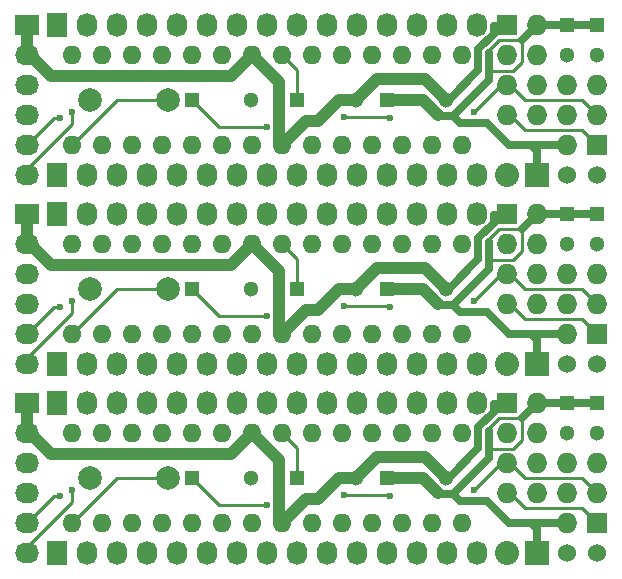
<source format=gbl>
G04 #@! TF.FileFunction,Copper,L2,Bot,Signal*
%FSLAX46Y46*%
G04 Gerber Fmt 4.6, Leading zero omitted, Abs format (unit mm)*
G04 Created by KiCad (PCBNEW 4.0.0-rc2-stable) date 20/11/2015 20:33:50*
%MOMM*%
G01*
G04 APERTURE LIST*
%ADD10C,0.100000*%
%ADD11R,1.727200X2.032000*%
%ADD12O,1.727200X2.032000*%
%ADD13R,1.727200X1.727200*%
%ADD14O,1.727200X1.727200*%
%ADD15R,2.032000X2.032000*%
%ADD16O,2.032000X2.032000*%
%ADD17R,1.300000X1.300000*%
%ADD18C,1.300000*%
%ADD19C,1.998980*%
%ADD20O,1.600000X1.600000*%
%ADD21R,2.032000X1.727200*%
%ADD22O,2.032000X1.727200*%
%ADD23C,1.524000*%
%ADD24C,0.600000*%
%ADD25C,0.700000*%
%ADD26C,0.250000*%
%ADD27C,1.000000*%
G04 APERTURE END LIST*
D10*
D11*
X199390000Y-132080000D03*
D12*
X201930000Y-132080000D03*
X204470000Y-132080000D03*
X207010000Y-132080000D03*
X209550000Y-132080000D03*
X212090000Y-132080000D03*
X214630000Y-132080000D03*
X217170000Y-132080000D03*
X219710000Y-132080000D03*
X222250000Y-132080000D03*
X224790000Y-132080000D03*
X227330000Y-132080000D03*
X229870000Y-132080000D03*
X232410000Y-132080000D03*
X234950000Y-132080000D03*
D13*
X237490000Y-132080000D03*
D14*
X240030000Y-132080000D03*
X237490000Y-134620000D03*
X240030000Y-134620000D03*
X237490000Y-137160000D03*
X240030000Y-137160000D03*
X237490000Y-139700000D03*
X240030000Y-139700000D03*
D15*
X240030000Y-128778000D03*
D16*
X237490000Y-128778000D03*
D13*
X237490000Y-116078000D03*
D14*
X240030000Y-116078000D03*
X237490000Y-118618000D03*
X240030000Y-118618000D03*
X237490000Y-121158000D03*
X240030000Y-121158000D03*
X237490000Y-123698000D03*
X240030000Y-123698000D03*
D17*
X245110000Y-116078000D03*
D18*
X245110000Y-118578000D03*
D13*
X245110000Y-126238000D03*
D14*
X242570000Y-126238000D03*
X245110000Y-123698000D03*
X242570000Y-123698000D03*
X245110000Y-121158000D03*
X242570000Y-121158000D03*
D19*
X202184000Y-122428000D03*
X208788000Y-122428000D03*
D17*
X242570000Y-116078000D03*
D18*
X242570000Y-118578000D03*
D11*
X199390000Y-128778000D03*
D12*
X201930000Y-128778000D03*
X204470000Y-128778000D03*
X207010000Y-128778000D03*
X209550000Y-128778000D03*
X212090000Y-128778000D03*
X214630000Y-128778000D03*
X217170000Y-128778000D03*
X219710000Y-128778000D03*
X222250000Y-128778000D03*
X224790000Y-128778000D03*
X227330000Y-128778000D03*
X229870000Y-128778000D03*
X232410000Y-128778000D03*
X234950000Y-128778000D03*
D20*
X200660000Y-126238000D03*
X203200000Y-126238000D03*
X205740000Y-126238000D03*
X208280000Y-126238000D03*
X210820000Y-126238000D03*
X213360000Y-126238000D03*
X215900000Y-126238000D03*
X218440000Y-126238000D03*
X220980000Y-126238000D03*
X223520000Y-126238000D03*
X226060000Y-126238000D03*
X228600000Y-126238000D03*
X231140000Y-126238000D03*
X233680000Y-126238000D03*
X233680000Y-118618000D03*
X231140000Y-118618000D03*
X228600000Y-118618000D03*
X226060000Y-118618000D03*
X223520000Y-118618000D03*
X220980000Y-118618000D03*
X218440000Y-118618000D03*
X215900000Y-118618000D03*
X213360000Y-118618000D03*
X210820000Y-118618000D03*
X208280000Y-118618000D03*
X205740000Y-118618000D03*
X203200000Y-118618000D03*
X200660000Y-118618000D03*
D11*
X199390000Y-116078000D03*
D12*
X201930000Y-116078000D03*
X204470000Y-116078000D03*
X207010000Y-116078000D03*
X209550000Y-116078000D03*
X212090000Y-116078000D03*
X214630000Y-116078000D03*
X217170000Y-116078000D03*
X219710000Y-116078000D03*
X222250000Y-116078000D03*
X224790000Y-116078000D03*
X227330000Y-116078000D03*
X229870000Y-116078000D03*
X232410000Y-116078000D03*
X234950000Y-116078000D03*
D21*
X196850000Y-116078000D03*
D22*
X196850000Y-118618000D03*
X196850000Y-121158000D03*
X196850000Y-123698000D03*
X196850000Y-126238000D03*
X196850000Y-128778000D03*
D17*
X227330000Y-122428000D03*
D18*
X232330000Y-122428000D03*
D17*
X219710000Y-122428000D03*
D18*
X224710000Y-122428000D03*
D17*
X210820000Y-122428000D03*
D18*
X215820000Y-122428000D03*
D23*
X242570000Y-128778000D03*
X245110000Y-128778000D03*
D15*
X240030000Y-144780000D03*
D16*
X237490000Y-144780000D03*
D13*
X237490000Y-132080000D03*
D14*
X240030000Y-132080000D03*
X237490000Y-134620000D03*
X240030000Y-134620000D03*
X237490000Y-137160000D03*
X240030000Y-137160000D03*
X237490000Y-139700000D03*
X240030000Y-139700000D03*
D17*
X245110000Y-132080000D03*
D18*
X245110000Y-134580000D03*
D13*
X245110000Y-142240000D03*
D14*
X242570000Y-142240000D03*
X245110000Y-139700000D03*
X242570000Y-139700000D03*
X245110000Y-137160000D03*
X242570000Y-137160000D03*
D19*
X202184000Y-138430000D03*
X208788000Y-138430000D03*
D17*
X242570000Y-132080000D03*
D18*
X242570000Y-134580000D03*
D11*
X199390000Y-144780000D03*
D12*
X201930000Y-144780000D03*
X204470000Y-144780000D03*
X207010000Y-144780000D03*
X209550000Y-144780000D03*
X212090000Y-144780000D03*
X214630000Y-144780000D03*
X217170000Y-144780000D03*
X219710000Y-144780000D03*
X222250000Y-144780000D03*
X224790000Y-144780000D03*
X227330000Y-144780000D03*
X229870000Y-144780000D03*
X232410000Y-144780000D03*
X234950000Y-144780000D03*
D20*
X200660000Y-142240000D03*
X203200000Y-142240000D03*
X205740000Y-142240000D03*
X208280000Y-142240000D03*
X210820000Y-142240000D03*
X213360000Y-142240000D03*
X215900000Y-142240000D03*
X218440000Y-142240000D03*
X220980000Y-142240000D03*
X223520000Y-142240000D03*
X226060000Y-142240000D03*
X228600000Y-142240000D03*
X231140000Y-142240000D03*
X233680000Y-142240000D03*
X233680000Y-134620000D03*
X231140000Y-134620000D03*
X228600000Y-134620000D03*
X226060000Y-134620000D03*
X223520000Y-134620000D03*
X220980000Y-134620000D03*
X218440000Y-134620000D03*
X215900000Y-134620000D03*
X213360000Y-134620000D03*
X210820000Y-134620000D03*
X208280000Y-134620000D03*
X205740000Y-134620000D03*
X203200000Y-134620000D03*
X200660000Y-134620000D03*
D11*
X199390000Y-132080000D03*
D12*
X201930000Y-132080000D03*
X204470000Y-132080000D03*
X207010000Y-132080000D03*
X209550000Y-132080000D03*
X212090000Y-132080000D03*
X214630000Y-132080000D03*
X217170000Y-132080000D03*
X219710000Y-132080000D03*
X222250000Y-132080000D03*
X224790000Y-132080000D03*
X227330000Y-132080000D03*
X229870000Y-132080000D03*
X232410000Y-132080000D03*
X234950000Y-132080000D03*
D21*
X196850000Y-132080000D03*
D22*
X196850000Y-134620000D03*
X196850000Y-137160000D03*
X196850000Y-139700000D03*
X196850000Y-142240000D03*
X196850000Y-144780000D03*
D17*
X227330000Y-138430000D03*
D18*
X232330000Y-138430000D03*
D17*
X219710000Y-138430000D03*
D18*
X224710000Y-138430000D03*
D17*
X210820000Y-138430000D03*
D18*
X215820000Y-138430000D03*
D23*
X242570000Y-144780000D03*
X245110000Y-144780000D03*
D15*
X240030000Y-112776000D03*
D16*
X237490000Y-112776000D03*
D13*
X237490000Y-100076000D03*
D14*
X240030000Y-100076000D03*
X237490000Y-102616000D03*
X240030000Y-102616000D03*
X237490000Y-105156000D03*
X240030000Y-105156000D03*
X237490000Y-107696000D03*
X240030000Y-107696000D03*
D17*
X245110000Y-100076000D03*
D18*
X245110000Y-102576000D03*
D13*
X245110000Y-110236000D03*
D14*
X242570000Y-110236000D03*
X245110000Y-107696000D03*
X242570000Y-107696000D03*
X245110000Y-105156000D03*
X242570000Y-105156000D03*
D19*
X202184000Y-106426000D03*
X208788000Y-106426000D03*
D17*
X242570000Y-100076000D03*
D18*
X242570000Y-102576000D03*
D11*
X199390000Y-112776000D03*
D12*
X201930000Y-112776000D03*
X204470000Y-112776000D03*
X207010000Y-112776000D03*
X209550000Y-112776000D03*
X212090000Y-112776000D03*
X214630000Y-112776000D03*
X217170000Y-112776000D03*
X219710000Y-112776000D03*
X222250000Y-112776000D03*
X224790000Y-112776000D03*
X227330000Y-112776000D03*
X229870000Y-112776000D03*
X232410000Y-112776000D03*
X234950000Y-112776000D03*
D20*
X200660000Y-110236000D03*
X203200000Y-110236000D03*
X205740000Y-110236000D03*
X208280000Y-110236000D03*
X210820000Y-110236000D03*
X213360000Y-110236000D03*
X215900000Y-110236000D03*
X218440000Y-110236000D03*
X220980000Y-110236000D03*
X223520000Y-110236000D03*
X226060000Y-110236000D03*
X228600000Y-110236000D03*
X231140000Y-110236000D03*
X233680000Y-110236000D03*
X233680000Y-102616000D03*
X231140000Y-102616000D03*
X228600000Y-102616000D03*
X226060000Y-102616000D03*
X223520000Y-102616000D03*
X220980000Y-102616000D03*
X218440000Y-102616000D03*
X215900000Y-102616000D03*
X213360000Y-102616000D03*
X210820000Y-102616000D03*
X208280000Y-102616000D03*
X205740000Y-102616000D03*
X203200000Y-102616000D03*
X200660000Y-102616000D03*
D11*
X199390000Y-100076000D03*
D12*
X201930000Y-100076000D03*
X204470000Y-100076000D03*
X207010000Y-100076000D03*
X209550000Y-100076000D03*
X212090000Y-100076000D03*
X214630000Y-100076000D03*
X217170000Y-100076000D03*
X219710000Y-100076000D03*
X222250000Y-100076000D03*
X224790000Y-100076000D03*
X227330000Y-100076000D03*
X229870000Y-100076000D03*
X232410000Y-100076000D03*
X234950000Y-100076000D03*
D21*
X196850000Y-100076000D03*
D22*
X196850000Y-102616000D03*
X196850000Y-105156000D03*
X196850000Y-107696000D03*
X196850000Y-110236000D03*
X196850000Y-112776000D03*
D17*
X227330000Y-106426000D03*
D18*
X232330000Y-106426000D03*
D17*
X219710000Y-106426000D03*
D18*
X224710000Y-106426000D03*
D17*
X210820000Y-106426000D03*
D18*
X215820000Y-106426000D03*
D23*
X242570000Y-112776000D03*
X245110000Y-112776000D03*
D24*
X217170000Y-124714000D03*
X223723200Y-123850400D03*
X227634800Y-123901200D03*
X217170000Y-140716000D03*
X223723200Y-139852400D03*
X227634800Y-139903200D03*
X217170000Y-108712000D03*
X223723200Y-107848400D03*
X227634800Y-107899200D03*
X200660000Y-123444000D03*
X200660000Y-139446000D03*
X200660000Y-107442000D03*
X199644000Y-123952000D03*
X199644000Y-139954000D03*
X199644000Y-107950000D03*
X234696000Y-123444000D03*
X234696000Y-139446000D03*
X234696000Y-107442000D03*
D25*
X240030000Y-128778000D02*
X240030000Y-126746000D01*
X240030000Y-126746000D02*
X239522000Y-126238000D01*
D26*
X238760000Y-117348000D02*
X238760000Y-119176800D01*
X237998000Y-119938800D02*
X235992798Y-119938800D01*
X238760000Y-119176800D02*
X237998000Y-119938800D01*
X236880400Y-117348000D02*
X236793596Y-117348000D01*
X235992798Y-118148798D02*
X235992798Y-118466998D01*
X236793596Y-117348000D02*
X235992798Y-118148798D01*
D25*
X240030000Y-128778000D02*
X240030000Y-128600200D01*
X232943400Y-123748800D02*
X233553000Y-124358400D01*
X233553000Y-124358400D02*
X235788200Y-124358400D01*
X235788200Y-124358400D02*
X237667800Y-126238000D01*
X237667800Y-126238000D02*
X239522000Y-126238000D01*
X239522000Y-126238000D02*
X242570000Y-126238000D01*
X242570000Y-116078000D02*
X245110000Y-116078000D01*
X240030000Y-116078000D02*
X242570000Y-116078000D01*
X235978700Y-120713500D02*
X235992798Y-120699402D01*
X235992798Y-120699402D02*
X235992798Y-119938800D01*
X235992798Y-119938800D02*
X235992798Y-118466998D01*
X235992798Y-118466998D02*
X236005498Y-118454298D01*
X231648000Y-123698000D02*
X231698800Y-123748800D01*
D27*
X230378000Y-122428000D02*
X231648000Y-123698000D01*
X227330000Y-122428000D02*
X230378000Y-122428000D01*
D25*
X232943400Y-123748800D02*
X235978700Y-120713500D01*
X235978700Y-120713500D02*
X235998798Y-120693402D01*
X231698800Y-123748800D02*
X232943400Y-123748800D01*
D26*
X221235000Y-118873000D02*
X220980000Y-118618000D01*
D25*
X238760000Y-117348000D02*
X240030000Y-116078000D01*
D26*
X236856398Y-117348000D02*
X236880400Y-117348000D01*
X236880400Y-117348000D02*
X238760000Y-117348000D01*
D25*
X240030000Y-144780000D02*
X240030000Y-142748000D01*
X240030000Y-142748000D02*
X239522000Y-142240000D01*
D26*
X238760000Y-133350000D02*
X238760000Y-135178800D01*
X237998000Y-135940800D02*
X235992798Y-135940800D01*
X238760000Y-135178800D02*
X237998000Y-135940800D01*
X236880400Y-133350000D02*
X236793596Y-133350000D01*
X235992798Y-134150798D02*
X235992798Y-134468998D01*
X236793596Y-133350000D02*
X235992798Y-134150798D01*
D25*
X240030000Y-144780000D02*
X240030000Y-144602200D01*
X232943400Y-139750800D02*
X233553000Y-140360400D01*
X233553000Y-140360400D02*
X235788200Y-140360400D01*
X235788200Y-140360400D02*
X237667800Y-142240000D01*
X237667800Y-142240000D02*
X239522000Y-142240000D01*
X239522000Y-142240000D02*
X242570000Y-142240000D01*
X242570000Y-132080000D02*
X245110000Y-132080000D01*
X240030000Y-132080000D02*
X242570000Y-132080000D01*
X235978700Y-136715500D02*
X235992798Y-136701402D01*
X235992798Y-136701402D02*
X235992798Y-135940800D01*
X235992798Y-135940800D02*
X235992798Y-134468998D01*
X235992798Y-134468998D02*
X236005498Y-134456298D01*
X231648000Y-139700000D02*
X231698800Y-139750800D01*
D27*
X230378000Y-138430000D02*
X231648000Y-139700000D01*
X227330000Y-138430000D02*
X230378000Y-138430000D01*
D25*
X232943400Y-139750800D02*
X235978700Y-136715500D01*
X235978700Y-136715500D02*
X235998798Y-136695402D01*
X231698800Y-139750800D02*
X232943400Y-139750800D01*
D26*
X221235000Y-134875000D02*
X220980000Y-134620000D01*
D25*
X238760000Y-133350000D02*
X240030000Y-132080000D01*
D26*
X236856398Y-133350000D02*
X236880400Y-133350000D01*
X236880400Y-133350000D02*
X238760000Y-133350000D01*
D25*
X240030000Y-112776000D02*
X240030000Y-110744000D01*
X240030000Y-110744000D02*
X239522000Y-110236000D01*
D26*
X238760000Y-101346000D02*
X238760000Y-103174800D01*
X237998000Y-103936800D02*
X235992798Y-103936800D01*
X238760000Y-103174800D02*
X237998000Y-103936800D01*
X236880400Y-101346000D02*
X236793596Y-101346000D01*
X235992798Y-102146798D02*
X235992798Y-102464998D01*
X236793596Y-101346000D02*
X235992798Y-102146798D01*
D25*
X240030000Y-112776000D02*
X240030000Y-112598200D01*
X232943400Y-107746800D02*
X233553000Y-108356400D01*
X233553000Y-108356400D02*
X235788200Y-108356400D01*
X235788200Y-108356400D02*
X237667800Y-110236000D01*
X237667800Y-110236000D02*
X239522000Y-110236000D01*
X239522000Y-110236000D02*
X242570000Y-110236000D01*
X242570000Y-100076000D02*
X245110000Y-100076000D01*
X240030000Y-100076000D02*
X242570000Y-100076000D01*
X235978700Y-104711500D02*
X235992798Y-104697402D01*
X235992798Y-104697402D02*
X235992798Y-103936800D01*
X235992798Y-103936800D02*
X235992798Y-102464998D01*
X235992798Y-102464998D02*
X236005498Y-102452298D01*
X231648000Y-107696000D02*
X231698800Y-107746800D01*
D27*
X230378000Y-106426000D02*
X231648000Y-107696000D01*
X227330000Y-106426000D02*
X230378000Y-106426000D01*
D25*
X232943400Y-107746800D02*
X235978700Y-104711500D01*
X235978700Y-104711500D02*
X235998798Y-104691402D01*
X231698800Y-107746800D02*
X232943400Y-107746800D01*
D26*
X221235000Y-102871000D02*
X220980000Y-102616000D01*
D25*
X238760000Y-101346000D02*
X240030000Y-100076000D01*
D26*
X236856398Y-101346000D02*
X236880400Y-101346000D01*
X236880400Y-101346000D02*
X238760000Y-101346000D01*
D25*
X232330000Y-122428000D02*
X232562400Y-122428000D01*
X232562400Y-122428000D02*
X235077000Y-119913400D01*
X236397800Y-116179600D02*
X237388400Y-116179600D01*
X236397800Y-116789200D02*
X236397800Y-116179600D01*
X235077000Y-118110000D02*
X236397800Y-116789200D01*
X235077000Y-119913400D02*
X235077000Y-118110000D01*
X237388400Y-116179600D02*
X237490000Y-116078000D01*
D27*
X224710000Y-122428000D02*
X223266000Y-122428000D01*
X220472000Y-124206000D02*
X218440000Y-126238000D01*
X221488000Y-124206000D02*
X220472000Y-124206000D01*
X223266000Y-122428000D02*
X221488000Y-124206000D01*
D26*
X224710000Y-122428000D02*
X224710000Y-122602000D01*
D27*
X224710000Y-122428000D02*
X226488000Y-120650000D01*
X230552000Y-120650000D02*
X232330000Y-122428000D01*
X226488000Y-120650000D02*
X230552000Y-120650000D01*
X215900000Y-118618000D02*
X217678000Y-120396000D01*
X218186000Y-120904000D02*
X218186000Y-126238000D01*
X217678000Y-120396000D02*
X218186000Y-120904000D01*
X196850000Y-116078000D02*
X196850000Y-118618000D01*
D26*
X196850000Y-118618000D02*
X197104000Y-118618000D01*
D27*
X197104000Y-118618000D02*
X198882000Y-120396000D01*
X198882000Y-120396000D02*
X214122000Y-120396000D01*
X214122000Y-120396000D02*
X215900000Y-118618000D01*
D25*
X232330000Y-138430000D02*
X232562400Y-138430000D01*
X232562400Y-138430000D02*
X235077000Y-135915400D01*
X236397800Y-132181600D02*
X237388400Y-132181600D01*
X236397800Y-132791200D02*
X236397800Y-132181600D01*
X235077000Y-134112000D02*
X236397800Y-132791200D01*
X235077000Y-135915400D02*
X235077000Y-134112000D01*
X237388400Y-132181600D02*
X237490000Y-132080000D01*
D27*
X224710000Y-138430000D02*
X223266000Y-138430000D01*
X220472000Y-140208000D02*
X218440000Y-142240000D01*
X221488000Y-140208000D02*
X220472000Y-140208000D01*
X223266000Y-138430000D02*
X221488000Y-140208000D01*
D26*
X224710000Y-138430000D02*
X224710000Y-138604000D01*
D27*
X224710000Y-138430000D02*
X226488000Y-136652000D01*
X230552000Y-136652000D02*
X232330000Y-138430000D01*
X226488000Y-136652000D02*
X230552000Y-136652000D01*
X215900000Y-134620000D02*
X217678000Y-136398000D01*
X218186000Y-136906000D02*
X218186000Y-142240000D01*
X217678000Y-136398000D02*
X218186000Y-136906000D01*
X196850000Y-132080000D02*
X196850000Y-134620000D01*
D26*
X196850000Y-134620000D02*
X197104000Y-134620000D01*
D27*
X197104000Y-134620000D02*
X198882000Y-136398000D01*
X198882000Y-136398000D02*
X214122000Y-136398000D01*
X214122000Y-136398000D02*
X215900000Y-134620000D01*
D25*
X232330000Y-106426000D02*
X232562400Y-106426000D01*
X232562400Y-106426000D02*
X235077000Y-103911400D01*
X236397800Y-100177600D02*
X237388400Y-100177600D01*
X236397800Y-100787200D02*
X236397800Y-100177600D01*
X235077000Y-102108000D02*
X236397800Y-100787200D01*
X235077000Y-103911400D02*
X235077000Y-102108000D01*
X237388400Y-100177600D02*
X237490000Y-100076000D01*
D27*
X224710000Y-106426000D02*
X223266000Y-106426000D01*
X220472000Y-108204000D02*
X218440000Y-110236000D01*
X221488000Y-108204000D02*
X220472000Y-108204000D01*
X223266000Y-106426000D02*
X221488000Y-108204000D01*
D26*
X224710000Y-106426000D02*
X224710000Y-106600000D01*
D27*
X224710000Y-106426000D02*
X226488000Y-104648000D01*
X230552000Y-104648000D02*
X232330000Y-106426000D01*
X226488000Y-104648000D02*
X230552000Y-104648000D01*
X215900000Y-102616000D02*
X217678000Y-104394000D01*
X218186000Y-104902000D02*
X218186000Y-110236000D01*
X217678000Y-104394000D02*
X218186000Y-104902000D01*
X196850000Y-100076000D02*
X196850000Y-102616000D01*
D26*
X196850000Y-102616000D02*
X197104000Y-102616000D01*
D27*
X197104000Y-102616000D02*
X198882000Y-104394000D01*
X198882000Y-104394000D02*
X214122000Y-104394000D01*
X214122000Y-104394000D02*
X215900000Y-102616000D01*
D26*
X213106000Y-124714000D02*
X217170000Y-124714000D01*
X210820000Y-122428000D02*
X213106000Y-124714000D01*
X227584000Y-123850400D02*
X223723200Y-123850400D01*
X227634800Y-123901200D02*
X227584000Y-123850400D01*
X208788000Y-122428000D02*
X204470000Y-122428000D01*
X204470000Y-122428000D02*
X200660000Y-126238000D01*
X213106000Y-140716000D02*
X217170000Y-140716000D01*
X210820000Y-138430000D02*
X213106000Y-140716000D01*
X227584000Y-139852400D02*
X223723200Y-139852400D01*
X227634800Y-139903200D02*
X227584000Y-139852400D01*
X208788000Y-138430000D02*
X204470000Y-138430000D01*
X204470000Y-138430000D02*
X200660000Y-142240000D01*
X213106000Y-108712000D02*
X217170000Y-108712000D01*
X210820000Y-106426000D02*
X213106000Y-108712000D01*
X227584000Y-107848400D02*
X223723200Y-107848400D01*
X227634800Y-107899200D02*
X227584000Y-107848400D01*
X208788000Y-106426000D02*
X204470000Y-106426000D01*
X204470000Y-106426000D02*
X200660000Y-110236000D01*
X196850000Y-128778000D02*
X196850000Y-128270000D01*
X196850000Y-128270000D02*
X200660000Y-124460000D01*
X200660000Y-124460000D02*
X200660000Y-123444000D01*
X196850000Y-144780000D02*
X196850000Y-144272000D01*
X196850000Y-144272000D02*
X200660000Y-140462000D01*
X200660000Y-140462000D02*
X200660000Y-139446000D01*
X196850000Y-112776000D02*
X196850000Y-112268000D01*
X196850000Y-112268000D02*
X200660000Y-108458000D01*
X200660000Y-108458000D02*
X200660000Y-107442000D01*
X218440000Y-118618000D02*
X219710000Y-119888000D01*
X219710000Y-119888000D02*
X219710000Y-121412000D01*
X219710000Y-121412000D02*
X219710000Y-122428000D01*
X218440000Y-134620000D02*
X219710000Y-135890000D01*
X219710000Y-135890000D02*
X219710000Y-137414000D01*
X219710000Y-137414000D02*
X219710000Y-138430000D01*
X218440000Y-102616000D02*
X219710000Y-103886000D01*
X219710000Y-103886000D02*
X219710000Y-105410000D01*
X219710000Y-105410000D02*
X219710000Y-106426000D01*
X196850000Y-126238000D02*
X199136000Y-123952000D01*
X199136000Y-123952000D02*
X199644000Y-123952000D01*
X196850000Y-142240000D02*
X199136000Y-139954000D01*
X199136000Y-139954000D02*
X199644000Y-139954000D01*
X196850000Y-110236000D02*
X199136000Y-107950000D01*
X199136000Y-107950000D02*
X199644000Y-107950000D01*
X237490000Y-123698000D02*
X237744000Y-123698000D01*
X237744000Y-123698000D02*
X239014000Y-124968000D01*
X243840000Y-124968000D02*
X245110000Y-126238000D01*
X239014000Y-124968000D02*
X243840000Y-124968000D01*
X237490000Y-139700000D02*
X237744000Y-139700000D01*
X237744000Y-139700000D02*
X239014000Y-140970000D01*
X243840000Y-140970000D02*
X245110000Y-142240000D01*
X239014000Y-140970000D02*
X243840000Y-140970000D01*
X237490000Y-107696000D02*
X237744000Y-107696000D01*
X237744000Y-107696000D02*
X239014000Y-108966000D01*
X243840000Y-108966000D02*
X245110000Y-110236000D01*
X239014000Y-108966000D02*
X243840000Y-108966000D01*
X237490000Y-121158000D02*
X237744000Y-121158000D01*
X237744000Y-121158000D02*
X239014000Y-122428000D01*
X243840000Y-122428000D02*
X245110000Y-123698000D01*
X239014000Y-122428000D02*
X243840000Y-122428000D01*
X234696000Y-123444000D02*
X236982000Y-121158000D01*
X236982000Y-121158000D02*
X237490000Y-121158000D01*
X237490000Y-137160000D02*
X237744000Y-137160000D01*
X237744000Y-137160000D02*
X239014000Y-138430000D01*
X243840000Y-138430000D02*
X245110000Y-139700000D01*
X239014000Y-138430000D02*
X243840000Y-138430000D01*
X234696000Y-139446000D02*
X236982000Y-137160000D01*
X236982000Y-137160000D02*
X237490000Y-137160000D01*
X237490000Y-105156000D02*
X237744000Y-105156000D01*
X237744000Y-105156000D02*
X239014000Y-106426000D01*
X243840000Y-106426000D02*
X245110000Y-107696000D01*
X239014000Y-106426000D02*
X243840000Y-106426000D01*
X234696000Y-107442000D02*
X236982000Y-105156000D01*
X236982000Y-105156000D02*
X237490000Y-105156000D01*
M02*

</source>
